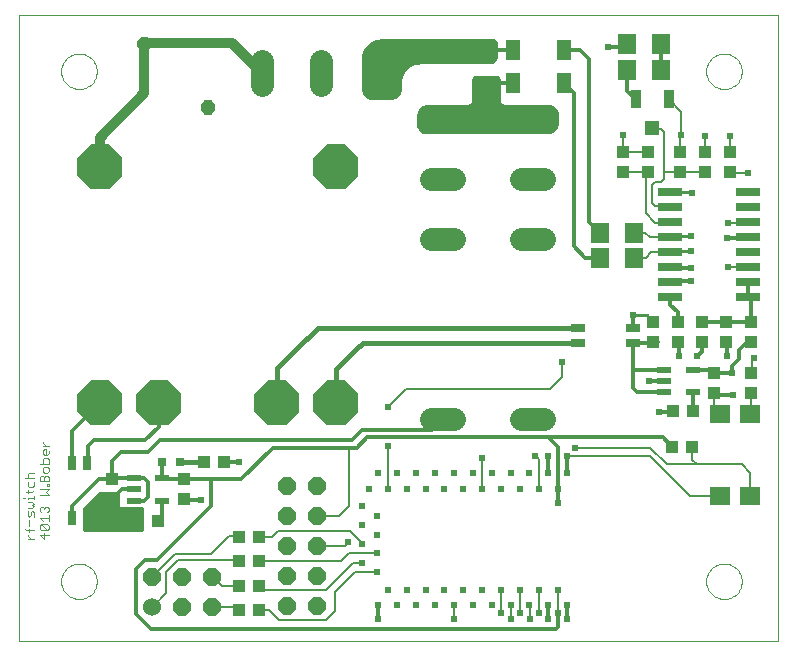
<source format=gtl>
G75*
G70*
%OFA0B0*%
%FSLAX24Y24*%
%IPPOS*%
%LPD*%
%AMOC8*
5,1,8,0,0,1.08239X$1,22.5*
%
%ADD10C,0.0000*%
%ADD11C,0.0030*%
%ADD12R,0.0236X0.0236*%
%ADD13C,0.0780*%
%ADD14OC8,0.1500*%
%ADD15R,0.0394X0.0433*%
%ADD16R,0.0433X0.0394*%
%ADD17R,0.0701X0.0610*%
%ADD18R,0.0800X0.0260*%
%ADD19R,0.0630X0.0710*%
%ADD20R,0.0500X0.0250*%
%ADD21R,0.0250X0.0500*%
%ADD22R,0.0315X0.0315*%
%ADD23R,0.0500X0.0220*%
%ADD24R,0.0710X0.0630*%
%ADD25R,0.0354X0.0630*%
%ADD26R,0.0512X0.0512*%
%ADD27C,0.0096*%
%ADD28OC8,0.0600*%
%ADD29R,0.0472X0.0709*%
%ADD30C,0.0600*%
%ADD31C,0.0120*%
%ADD32C,0.0238*%
%ADD33C,0.0080*%
%ADD34C,0.0100*%
%ADD35C,0.0160*%
%ADD36C,0.0320*%
D10*
X000140Y000290D02*
X000140Y021156D01*
X000140Y021165D02*
X025443Y021165D01*
X025443Y021156D02*
X025443Y000290D01*
X000140Y000290D01*
X001549Y002290D02*
X001551Y002338D01*
X001557Y002386D01*
X001567Y002433D01*
X001580Y002479D01*
X001598Y002524D01*
X001618Y002568D01*
X001643Y002610D01*
X001671Y002649D01*
X001701Y002686D01*
X001735Y002720D01*
X001772Y002752D01*
X001810Y002781D01*
X001851Y002806D01*
X001894Y002828D01*
X001939Y002846D01*
X001985Y002860D01*
X002032Y002871D01*
X002080Y002878D01*
X002128Y002881D01*
X002176Y002880D01*
X002224Y002875D01*
X002272Y002866D01*
X002318Y002854D01*
X002363Y002837D01*
X002407Y002817D01*
X002449Y002794D01*
X002489Y002767D01*
X002527Y002737D01*
X002562Y002704D01*
X002594Y002668D01*
X002624Y002630D01*
X002650Y002589D01*
X002672Y002546D01*
X002692Y002502D01*
X002707Y002457D01*
X002719Y002410D01*
X002727Y002362D01*
X002731Y002314D01*
X002731Y002266D01*
X002727Y002218D01*
X002719Y002170D01*
X002707Y002123D01*
X002692Y002078D01*
X002672Y002034D01*
X002650Y001991D01*
X002624Y001950D01*
X002594Y001912D01*
X002562Y001876D01*
X002527Y001843D01*
X002489Y001813D01*
X002449Y001786D01*
X002407Y001763D01*
X002363Y001743D01*
X002318Y001726D01*
X002272Y001714D01*
X002224Y001705D01*
X002176Y001700D01*
X002128Y001699D01*
X002080Y001702D01*
X002032Y001709D01*
X001985Y001720D01*
X001939Y001734D01*
X001894Y001752D01*
X001851Y001774D01*
X001810Y001799D01*
X001772Y001828D01*
X001735Y001860D01*
X001701Y001894D01*
X001671Y001931D01*
X001643Y001970D01*
X001618Y002012D01*
X001598Y002056D01*
X001580Y002101D01*
X001567Y002147D01*
X001557Y002194D01*
X001551Y002242D01*
X001549Y002290D01*
X001549Y019290D02*
X001551Y019338D01*
X001557Y019386D01*
X001567Y019433D01*
X001580Y019479D01*
X001598Y019524D01*
X001618Y019568D01*
X001643Y019610D01*
X001671Y019649D01*
X001701Y019686D01*
X001735Y019720D01*
X001772Y019752D01*
X001810Y019781D01*
X001851Y019806D01*
X001894Y019828D01*
X001939Y019846D01*
X001985Y019860D01*
X002032Y019871D01*
X002080Y019878D01*
X002128Y019881D01*
X002176Y019880D01*
X002224Y019875D01*
X002272Y019866D01*
X002318Y019854D01*
X002363Y019837D01*
X002407Y019817D01*
X002449Y019794D01*
X002489Y019767D01*
X002527Y019737D01*
X002562Y019704D01*
X002594Y019668D01*
X002624Y019630D01*
X002650Y019589D01*
X002672Y019546D01*
X002692Y019502D01*
X002707Y019457D01*
X002719Y019410D01*
X002727Y019362D01*
X002731Y019314D01*
X002731Y019266D01*
X002727Y019218D01*
X002719Y019170D01*
X002707Y019123D01*
X002692Y019078D01*
X002672Y019034D01*
X002650Y018991D01*
X002624Y018950D01*
X002594Y018912D01*
X002562Y018876D01*
X002527Y018843D01*
X002489Y018813D01*
X002449Y018786D01*
X002407Y018763D01*
X002363Y018743D01*
X002318Y018726D01*
X002272Y018714D01*
X002224Y018705D01*
X002176Y018700D01*
X002128Y018699D01*
X002080Y018702D01*
X002032Y018709D01*
X001985Y018720D01*
X001939Y018734D01*
X001894Y018752D01*
X001851Y018774D01*
X001810Y018799D01*
X001772Y018828D01*
X001735Y018860D01*
X001701Y018894D01*
X001671Y018931D01*
X001643Y018970D01*
X001618Y019012D01*
X001598Y019056D01*
X001580Y019101D01*
X001567Y019147D01*
X001557Y019194D01*
X001551Y019242D01*
X001549Y019290D01*
X023049Y019290D02*
X023051Y019338D01*
X023057Y019386D01*
X023067Y019433D01*
X023080Y019479D01*
X023098Y019524D01*
X023118Y019568D01*
X023143Y019610D01*
X023171Y019649D01*
X023201Y019686D01*
X023235Y019720D01*
X023272Y019752D01*
X023310Y019781D01*
X023351Y019806D01*
X023394Y019828D01*
X023439Y019846D01*
X023485Y019860D01*
X023532Y019871D01*
X023580Y019878D01*
X023628Y019881D01*
X023676Y019880D01*
X023724Y019875D01*
X023772Y019866D01*
X023818Y019854D01*
X023863Y019837D01*
X023907Y019817D01*
X023949Y019794D01*
X023989Y019767D01*
X024027Y019737D01*
X024062Y019704D01*
X024094Y019668D01*
X024124Y019630D01*
X024150Y019589D01*
X024172Y019546D01*
X024192Y019502D01*
X024207Y019457D01*
X024219Y019410D01*
X024227Y019362D01*
X024231Y019314D01*
X024231Y019266D01*
X024227Y019218D01*
X024219Y019170D01*
X024207Y019123D01*
X024192Y019078D01*
X024172Y019034D01*
X024150Y018991D01*
X024124Y018950D01*
X024094Y018912D01*
X024062Y018876D01*
X024027Y018843D01*
X023989Y018813D01*
X023949Y018786D01*
X023907Y018763D01*
X023863Y018743D01*
X023818Y018726D01*
X023772Y018714D01*
X023724Y018705D01*
X023676Y018700D01*
X023628Y018699D01*
X023580Y018702D01*
X023532Y018709D01*
X023485Y018720D01*
X023439Y018734D01*
X023394Y018752D01*
X023351Y018774D01*
X023310Y018799D01*
X023272Y018828D01*
X023235Y018860D01*
X023201Y018894D01*
X023171Y018931D01*
X023143Y018970D01*
X023118Y019012D01*
X023098Y019056D01*
X023080Y019101D01*
X023067Y019147D01*
X023057Y019194D01*
X023051Y019242D01*
X023049Y019290D01*
X023049Y002290D02*
X023051Y002338D01*
X023057Y002386D01*
X023067Y002433D01*
X023080Y002479D01*
X023098Y002524D01*
X023118Y002568D01*
X023143Y002610D01*
X023171Y002649D01*
X023201Y002686D01*
X023235Y002720D01*
X023272Y002752D01*
X023310Y002781D01*
X023351Y002806D01*
X023394Y002828D01*
X023439Y002846D01*
X023485Y002860D01*
X023532Y002871D01*
X023580Y002878D01*
X023628Y002881D01*
X023676Y002880D01*
X023724Y002875D01*
X023772Y002866D01*
X023818Y002854D01*
X023863Y002837D01*
X023907Y002817D01*
X023949Y002794D01*
X023989Y002767D01*
X024027Y002737D01*
X024062Y002704D01*
X024094Y002668D01*
X024124Y002630D01*
X024150Y002589D01*
X024172Y002546D01*
X024192Y002502D01*
X024207Y002457D01*
X024219Y002410D01*
X024227Y002362D01*
X024231Y002314D01*
X024231Y002266D01*
X024227Y002218D01*
X024219Y002170D01*
X024207Y002123D01*
X024192Y002078D01*
X024172Y002034D01*
X024150Y001991D01*
X024124Y001950D01*
X024094Y001912D01*
X024062Y001876D01*
X024027Y001843D01*
X023989Y001813D01*
X023949Y001786D01*
X023907Y001763D01*
X023863Y001743D01*
X023818Y001726D01*
X023772Y001714D01*
X023724Y001705D01*
X023676Y001700D01*
X023628Y001699D01*
X023580Y001702D01*
X023532Y001709D01*
X023485Y001720D01*
X023439Y001734D01*
X023394Y001752D01*
X023351Y001774D01*
X023310Y001799D01*
X023272Y001828D01*
X023235Y001860D01*
X023201Y001894D01*
X023171Y001931D01*
X023143Y001970D01*
X023118Y002012D01*
X023098Y002056D01*
X023080Y002101D01*
X023067Y002147D01*
X023057Y002194D01*
X023051Y002242D01*
X023049Y002290D01*
D11*
X001125Y003850D02*
X000835Y003850D01*
X000980Y003705D01*
X000980Y003898D01*
X001077Y004000D02*
X000883Y004000D01*
X000835Y004048D01*
X000835Y004145D01*
X000883Y004193D01*
X001077Y004000D01*
X001125Y004048D01*
X001125Y004145D01*
X001077Y004193D01*
X000883Y004193D01*
X000932Y004294D02*
X000835Y004391D01*
X001125Y004391D01*
X001125Y004294D02*
X001125Y004488D01*
X001077Y004589D02*
X001125Y004637D01*
X001125Y004734D01*
X001077Y004782D01*
X001028Y004782D01*
X000980Y004734D01*
X000980Y004686D01*
X000980Y004734D02*
X000932Y004782D01*
X000883Y004782D01*
X000835Y004734D01*
X000835Y004637D01*
X000883Y004589D01*
X000625Y004587D02*
X000625Y004442D01*
X000528Y004490D02*
X000480Y004442D01*
X000432Y004490D01*
X000432Y004635D01*
X000432Y004736D02*
X000577Y004736D01*
X000625Y004785D01*
X000577Y004833D01*
X000625Y004881D01*
X000577Y004930D01*
X000432Y004930D01*
X000432Y005031D02*
X000432Y005079D01*
X000625Y005079D01*
X000625Y005031D02*
X000625Y005128D01*
X000577Y005276D02*
X000625Y005324D01*
X000577Y005276D02*
X000383Y005276D01*
X000432Y005324D02*
X000432Y005227D01*
X000335Y005079D02*
X000286Y005079D01*
X000480Y005424D02*
X000577Y005424D01*
X000625Y005472D01*
X000625Y005617D01*
X000625Y005718D02*
X000335Y005718D01*
X000432Y005767D02*
X000480Y005718D01*
X000432Y005767D02*
X000432Y005864D01*
X000480Y005912D01*
X000625Y005912D01*
X000835Y005765D02*
X000835Y005620D01*
X001125Y005620D01*
X001125Y005765D01*
X001077Y005814D01*
X001028Y005814D01*
X000980Y005765D01*
X000980Y005620D01*
X001077Y005521D02*
X001125Y005521D01*
X001125Y005473D01*
X001077Y005473D01*
X001077Y005521D01*
X001125Y005372D02*
X000835Y005372D01*
X000835Y005178D02*
X001125Y005178D01*
X001028Y005275D01*
X001125Y005372D01*
X000980Y005765D02*
X000932Y005814D01*
X000883Y005814D01*
X000835Y005765D01*
X000980Y005915D02*
X001077Y005915D01*
X001125Y005963D01*
X001125Y006060D01*
X001077Y006108D01*
X000980Y006108D01*
X000932Y006060D01*
X000932Y005963D01*
X000980Y005915D01*
X000932Y006210D02*
X000932Y006355D01*
X000980Y006403D01*
X001077Y006403D01*
X001125Y006355D01*
X001125Y006210D01*
X000835Y006210D01*
X000980Y006504D02*
X000932Y006553D01*
X000932Y006649D01*
X000980Y006698D01*
X001028Y006698D01*
X001028Y006504D01*
X000980Y006504D02*
X001077Y006504D01*
X001125Y006553D01*
X001125Y006649D01*
X001125Y006799D02*
X000932Y006799D01*
X001028Y006799D02*
X000932Y006896D01*
X000932Y006944D01*
X000432Y005617D02*
X000432Y005472D01*
X000480Y005424D01*
X000577Y004635D02*
X000528Y004587D01*
X000528Y004490D01*
X000625Y004587D02*
X000577Y004635D01*
X000480Y004340D02*
X000480Y004147D01*
X000480Y004047D02*
X000480Y003951D01*
X000383Y003999D02*
X000335Y004047D01*
X000383Y003999D02*
X000625Y003999D01*
X000432Y003850D02*
X000432Y003802D01*
X000528Y003705D01*
X000432Y003705D02*
X000625Y003705D01*
D12*
X011566Y003533D03*
X012078Y003847D03*
X011566Y004162D03*
X012078Y004477D03*
X011566Y004792D03*
X011802Y005383D03*
X012117Y005895D03*
X012432Y005383D03*
X012747Y005895D03*
X013062Y005383D03*
X013377Y005895D03*
X013692Y005383D03*
X014007Y005895D03*
X014322Y005383D03*
X014637Y005895D03*
X014952Y005383D03*
X015267Y005895D03*
X015582Y005383D03*
X015897Y005895D03*
X016212Y005383D03*
X016527Y005895D03*
X016842Y005383D03*
X017157Y005895D03*
X017472Y005383D03*
X017787Y005895D03*
X018102Y005383D03*
X018417Y005895D03*
X018102Y001997D03*
X017472Y001997D03*
X017787Y001485D03*
X017157Y001485D03*
X016842Y001997D03*
X016212Y001997D03*
X015582Y001997D03*
X015897Y001485D03*
X016527Y001485D03*
X015267Y001485D03*
X014637Y001485D03*
X014322Y001997D03*
X014952Y001997D03*
X014007Y001485D03*
X013377Y001485D03*
X013062Y001997D03*
X013692Y001997D03*
X012747Y001485D03*
X012117Y001485D03*
X012432Y001997D03*
X012078Y002588D03*
X011566Y002903D03*
X012078Y003218D03*
X018417Y001485D03*
D13*
X017655Y007700D02*
X016875Y007700D01*
X014655Y007700D02*
X013875Y007700D01*
X013875Y013700D02*
X014655Y013700D01*
X014655Y015700D02*
X013875Y015700D01*
X013875Y017700D02*
X014655Y017700D01*
X016875Y017700D02*
X017655Y017700D01*
X017655Y015700D02*
X016875Y015700D01*
X016875Y013700D02*
X017655Y013700D01*
X012173Y018838D02*
X012173Y019618D01*
X010203Y019618D02*
X010203Y018838D01*
X008233Y018838D02*
X008233Y019618D01*
D14*
X010705Y016105D03*
X002825Y016105D03*
X002825Y008225D03*
X004795Y008225D03*
X008735Y008225D03*
X010705Y008225D03*
D15*
X006975Y006253D03*
X006305Y006253D03*
X005628Y005687D03*
X005628Y005018D03*
X007485Y003780D03*
X008155Y003780D03*
X008155Y002958D03*
X007485Y002958D03*
X007485Y002140D03*
X008155Y002140D03*
X008155Y001323D03*
X007485Y001323D03*
X003253Y005018D03*
X003253Y005687D03*
X020285Y015945D03*
X020285Y016615D03*
X022190Y016612D03*
X022190Y015943D03*
X022095Y010937D03*
X022095Y010268D03*
X021290Y010268D03*
X021290Y010937D03*
X022900Y010937D03*
X022900Y010268D03*
X023715Y010268D03*
X023715Y010937D03*
X023310Y009247D03*
X023310Y008578D03*
X022585Y006775D03*
X021915Y006775D03*
D16*
X021938Y007970D03*
X022607Y007970D03*
X024555Y008573D03*
X024555Y009242D03*
X024540Y010268D03*
X024540Y010937D03*
X023833Y015943D03*
X023015Y015943D03*
X023015Y016612D03*
X023833Y016612D03*
X021110Y016615D03*
X021110Y015945D03*
X004775Y004290D03*
X004105Y004290D03*
D17*
X023523Y005120D03*
X024523Y005120D03*
X024523Y007875D03*
X023523Y007875D03*
D18*
X024457Y011753D03*
X024457Y012253D03*
X024457Y012753D03*
X024457Y013253D03*
X024457Y013753D03*
X024457Y014253D03*
X024457Y014753D03*
X024457Y015253D03*
X021847Y015253D03*
X021847Y014753D03*
X021847Y014253D03*
X021847Y013753D03*
X021847Y013253D03*
X021847Y012753D03*
X021847Y012253D03*
X021847Y011753D03*
D19*
X020625Y013078D03*
X020625Y013915D03*
X019505Y013915D03*
X019505Y013078D03*
X020405Y019320D03*
X020405Y020195D03*
X021525Y020195D03*
X021525Y019320D03*
D20*
X020592Y010750D03*
X020592Y010250D03*
X018769Y010250D03*
X018769Y010750D03*
D21*
X002400Y006224D03*
X001900Y006224D03*
X001900Y004401D03*
X002400Y004401D03*
D22*
X004920Y006253D03*
X005510Y006253D03*
D23*
X004920Y005733D03*
X004920Y004973D03*
X003960Y004973D03*
X003960Y005353D03*
X003960Y005733D03*
X021648Y008585D03*
X021648Y008965D03*
X021648Y009345D03*
X022608Y009345D03*
X022608Y008585D03*
D24*
X015703Y018803D03*
X015703Y019922D03*
D25*
X020701Y018353D03*
X021804Y018353D03*
D26*
X021253Y017397D03*
D27*
X006463Y017960D02*
X006511Y017912D01*
X006353Y017912D01*
X006241Y018024D01*
X006241Y018182D01*
X006353Y018294D01*
X006511Y018294D01*
X006623Y018182D01*
X006623Y018024D01*
X006511Y017912D01*
X006482Y017984D01*
X006382Y017984D01*
X006313Y018053D01*
X006313Y018153D01*
X006382Y018222D01*
X006482Y018222D01*
X006551Y018153D01*
X006551Y018053D01*
X006482Y017984D01*
X006452Y018056D01*
X006412Y018056D01*
X006385Y018083D01*
X006385Y018123D01*
X006412Y018150D01*
X006452Y018150D01*
X006479Y018123D01*
X006479Y018083D01*
X006452Y018056D01*
X004342Y020082D02*
X004390Y020034D01*
X004232Y020034D01*
X004120Y020146D01*
X004120Y020304D01*
X004232Y020416D01*
X004390Y020416D01*
X004502Y020304D01*
X004502Y020146D01*
X004390Y020034D01*
X004361Y020106D01*
X004261Y020106D01*
X004192Y020175D01*
X004192Y020275D01*
X004261Y020344D01*
X004361Y020344D01*
X004430Y020275D01*
X004430Y020175D01*
X004361Y020106D01*
X004331Y020178D01*
X004291Y020178D01*
X004264Y020205D01*
X004264Y020245D01*
X004291Y020272D01*
X004331Y020272D01*
X004358Y020245D01*
X004358Y020205D01*
X004331Y020178D01*
D28*
X009078Y005465D03*
X010078Y005465D03*
X010078Y004465D03*
X010078Y003465D03*
X009078Y003465D03*
X009078Y004465D03*
X009078Y002465D03*
X010078Y002465D03*
X010078Y001465D03*
X009078Y001465D03*
X006590Y001450D03*
X005590Y001450D03*
X005590Y002450D03*
X004590Y002450D03*
X006590Y002450D03*
D29*
X016613Y018890D03*
X016613Y019990D03*
X018306Y019990D03*
X018306Y018890D03*
D30*
X004590Y001450D03*
D31*
X004040Y001190D02*
X004040Y002690D01*
X004340Y002990D01*
X004740Y002990D01*
X006540Y004790D01*
X006540Y005687D01*
X005628Y005687D01*
X004920Y005687D01*
X004920Y005733D01*
X004920Y006252D01*
X004920Y006253D01*
X004440Y006590D02*
X003540Y006590D01*
X003240Y006290D01*
X003240Y005700D01*
X003253Y005687D02*
X003253Y005733D01*
X003960Y005733D01*
X004298Y005733D01*
X004440Y005590D01*
X004440Y005090D01*
X004323Y004973D01*
X003960Y004973D01*
X004240Y004690D02*
X004240Y003990D01*
X002340Y003990D01*
X002340Y004690D01*
X002840Y005190D01*
X003440Y005190D01*
X003440Y004690D01*
X004240Y004690D01*
X004240Y004675D02*
X002340Y004675D01*
X002340Y004556D02*
X004240Y004556D01*
X004240Y004438D02*
X002340Y004438D01*
X002340Y004319D02*
X004240Y004319D01*
X004240Y004201D02*
X002340Y004201D01*
X002340Y004082D02*
X004240Y004082D01*
X004775Y004290D02*
X004918Y004290D01*
X004918Y004973D01*
X004920Y004973D01*
X005628Y005018D02*
X005633Y005013D01*
X006223Y005013D01*
X006540Y005687D02*
X007537Y005687D01*
X008600Y006750D01*
X011140Y006750D01*
X011400Y006750D01*
X011740Y007090D01*
X017840Y007090D01*
X021600Y007090D01*
X021915Y006775D01*
X021918Y007950D02*
X021460Y007950D01*
X021918Y007950D02*
X021938Y007970D01*
X022607Y007970D02*
X022608Y007970D01*
X022608Y008585D01*
X023310Y008578D02*
X023398Y008490D01*
X023940Y008490D01*
X023340Y008548D02*
X023310Y008578D01*
X023310Y009247D02*
X023212Y009345D01*
X022608Y009345D01*
X022740Y009790D02*
X022900Y009950D01*
X022900Y010268D01*
X022900Y010937D02*
X023715Y010937D01*
X024540Y010937D01*
X024540Y011670D01*
X024457Y011753D01*
X024457Y012253D01*
X024457Y011753D02*
X024490Y011720D01*
X024540Y010268D02*
X024418Y010268D01*
X024140Y009990D01*
X024140Y009690D01*
X023920Y009470D01*
X023920Y009250D01*
X023917Y009247D01*
X023310Y009247D01*
X023740Y009790D02*
X023740Y010243D01*
X023715Y010268D01*
X022140Y010243D02*
X022140Y009790D01*
X022140Y010243D02*
X022095Y010268D01*
X021450Y010268D02*
X021290Y010268D01*
X021372Y010250D01*
X020592Y010250D01*
X020592Y009390D01*
X020637Y009345D01*
X021648Y009345D01*
X021648Y008965D02*
X021135Y008965D01*
X021130Y008960D01*
X020740Y008590D02*
X021643Y008590D01*
X021648Y008585D01*
X020740Y008590D02*
X020592Y008738D01*
X020592Y009390D01*
X020592Y010750D02*
X020592Y011152D01*
X020600Y011160D01*
X021847Y011513D02*
X022095Y011265D01*
X022095Y010937D01*
X021847Y011513D02*
X021847Y011753D01*
X021847Y012253D02*
X021884Y012290D01*
X022540Y012290D01*
X022540Y012750D02*
X021850Y012750D01*
X021847Y012753D01*
X023750Y013750D02*
X024454Y013750D01*
X024457Y013753D01*
X024460Y014250D02*
X024457Y014253D01*
X024787Y014253D01*
X020701Y018353D02*
X020405Y018620D01*
X020405Y019320D01*
X020405Y020095D02*
X019760Y020090D01*
X020405Y020095D02*
X020405Y020195D01*
X021525Y020195D02*
X021525Y019320D01*
X019140Y019690D02*
X018840Y019990D01*
X018306Y019990D01*
X019140Y019690D02*
X019140Y014280D01*
X019505Y013915D01*
X019505Y013078D02*
X019015Y013078D01*
X018640Y013453D01*
X018640Y018556D01*
X018306Y018890D01*
X016613Y018890D02*
X015790Y018890D01*
X015703Y018803D01*
X015840Y019590D02*
X013540Y019590D01*
X013430Y019581D01*
X013324Y019556D01*
X013222Y019514D01*
X013129Y019456D01*
X013045Y019385D01*
X012974Y019301D01*
X012916Y019208D01*
X012874Y019106D01*
X012849Y019000D01*
X012840Y018890D01*
X012840Y018690D01*
X012834Y018633D01*
X012818Y018578D01*
X012791Y018527D01*
X012754Y018483D01*
X012710Y018446D01*
X012659Y018419D01*
X012604Y018402D01*
X012547Y018397D01*
X012537Y018397D01*
X011968Y018386D01*
X011905Y018392D01*
X011843Y018410D01*
X011786Y018439D01*
X011736Y018480D01*
X011696Y018529D01*
X011665Y018585D01*
X011646Y018647D01*
X011640Y018710D01*
X011640Y019690D01*
X011649Y019794D01*
X011676Y019895D01*
X011720Y019990D01*
X011780Y020076D01*
X011854Y020150D01*
X011940Y020210D01*
X012035Y020254D01*
X012136Y020281D01*
X012240Y020290D01*
X015940Y020290D01*
X015966Y020287D01*
X015990Y020277D01*
X016011Y020261D01*
X016027Y020240D01*
X016037Y020216D01*
X016040Y020190D01*
X016040Y019790D01*
X016035Y019745D01*
X016020Y019703D01*
X015996Y019665D01*
X015965Y019634D01*
X015927Y019610D01*
X015885Y019595D01*
X015840Y019590D01*
X015915Y019606D02*
X011640Y019606D01*
X011643Y019724D02*
X016027Y019724D01*
X016040Y019843D02*
X011662Y019843D01*
X011707Y019961D02*
X016040Y019961D01*
X016040Y020080D02*
X011784Y020080D01*
X011923Y020198D02*
X016039Y020198D01*
X015770Y019990D02*
X015703Y019922D01*
X015770Y019990D02*
X016613Y019990D01*
X013179Y019487D02*
X011640Y019487D01*
X011640Y019369D02*
X013031Y019369D01*
X012942Y019250D02*
X011640Y019250D01*
X011640Y019132D02*
X012885Y019132D01*
X012852Y019013D02*
X011640Y019013D01*
X011640Y018895D02*
X012840Y018895D01*
X012840Y018776D02*
X011640Y018776D01*
X011645Y018658D02*
X012837Y018658D01*
X012797Y018539D02*
X011690Y018539D01*
X011822Y018421D02*
X012662Y018421D01*
X004795Y008225D02*
X004795Y007445D01*
X004340Y006990D01*
X002640Y006990D01*
X002440Y006790D01*
X002440Y006264D01*
X002400Y006224D01*
X001900Y006224D02*
X001900Y007300D01*
X002825Y008225D01*
X004440Y006590D02*
X004840Y006990D01*
X011240Y006990D01*
X011590Y007350D01*
X013915Y007350D01*
X014265Y007700D01*
X017840Y007090D02*
X017840Y007030D01*
X018110Y006760D01*
X018110Y004900D01*
X018102Y004908D01*
X018102Y005383D01*
X018417Y005895D02*
X018417Y006418D01*
X018413Y006473D01*
X017787Y006408D02*
X017787Y005895D01*
X017787Y006408D02*
X017783Y006473D01*
X018102Y001997D02*
X018110Y001989D01*
X018417Y001485D02*
X018417Y001018D01*
X018418Y001018D01*
X018110Y001230D02*
X018110Y000760D01*
X018040Y000690D01*
X004540Y000690D01*
X004040Y001190D01*
X001900Y004401D02*
X001900Y004790D01*
X002797Y005687D01*
X003253Y005687D01*
X003587Y005353D02*
X003253Y005018D01*
X003440Y005030D02*
X002680Y005030D01*
X002562Y004912D02*
X003440Y004912D01*
X003440Y004793D02*
X002443Y004793D01*
X002799Y005149D02*
X003440Y005149D01*
X003587Y005353D02*
X003960Y005353D01*
X006975Y006253D02*
X007443Y006253D01*
X007463Y006273D01*
X012117Y001485D02*
X012117Y001028D01*
X012118Y001028D01*
X017787Y001018D02*
X017788Y001018D01*
X017787Y001018D02*
X017787Y001485D01*
D32*
X017470Y001240D03*
X017160Y001030D03*
X016840Y001240D03*
X016530Y001031D03*
X016212Y001235D03*
X014640Y001030D03*
X012118Y001028D03*
X011120Y003590D03*
X007463Y006273D03*
X006223Y005013D03*
X003613Y004523D03*
X003623Y004163D03*
X003203Y004163D03*
X003203Y004523D03*
X002793Y004523D03*
X002793Y004173D03*
X012440Y006790D03*
X012440Y008090D03*
X015580Y006410D03*
X017350Y006470D03*
X017783Y006473D03*
X018413Y006473D03*
X018680Y006740D03*
X018110Y004900D03*
X021460Y007950D03*
X021130Y008960D03*
X022140Y009790D03*
X022740Y009790D03*
X023740Y009790D03*
X023920Y009250D03*
X024640Y009720D03*
X023940Y008490D03*
X020600Y011160D03*
X022540Y012290D03*
X022540Y012750D03*
X022540Y013290D03*
X022540Y013790D03*
X023750Y013750D03*
X023760Y014250D03*
X022570Y015250D03*
X024440Y015890D03*
X023840Y017150D03*
X023010Y017150D03*
X022210Y017160D03*
X020270Y017170D03*
X019760Y020090D03*
X023780Y012770D03*
X018240Y009590D03*
X018110Y001230D03*
X017788Y001018D03*
X018418Y001018D03*
D33*
X018110Y001230D02*
X018110Y001989D01*
X017472Y001997D02*
X017472Y001242D01*
X017470Y001240D01*
X017160Y001030D02*
X017160Y001482D01*
X017157Y001485D01*
X016842Y001242D02*
X016840Y001240D01*
X016842Y001242D02*
X016842Y001997D01*
X016840Y001997D01*
X016212Y001997D02*
X016212Y001997D01*
X016212Y001235D01*
X016530Y001031D02*
X016530Y001488D01*
X016527Y001485D01*
X016540Y001485D01*
X017460Y001997D02*
X017472Y001997D01*
X014637Y001485D02*
X014637Y001193D01*
X014640Y001030D01*
X012078Y002588D02*
X012076Y002590D01*
X011340Y002590D01*
X010690Y001940D01*
X010690Y001310D01*
X010370Y000990D01*
X008800Y000990D01*
X008468Y001323D01*
X008155Y001323D01*
X007485Y001323D02*
X007358Y001450D01*
X006590Y001450D01*
X006900Y002140D02*
X006590Y002450D01*
X006900Y002140D02*
X007485Y002140D01*
X008155Y002140D02*
X008295Y002000D01*
X010370Y002000D01*
X011273Y002903D01*
X011566Y002903D01*
X011150Y003220D02*
X012076Y003220D01*
X012078Y003218D01*
X011566Y003533D02*
X011566Y003564D01*
X011160Y003970D01*
X008770Y003970D01*
X008580Y003780D01*
X008155Y003780D01*
X007485Y003780D02*
X007475Y003790D01*
X007140Y003790D01*
X006540Y003190D01*
X005330Y003190D01*
X004590Y002450D01*
X005040Y002590D02*
X005440Y002990D01*
X007453Y002990D01*
X007485Y002958D01*
X008155Y002958D02*
X010888Y002958D01*
X011150Y003220D01*
X010995Y003465D02*
X010078Y003465D01*
X010995Y003465D02*
X011120Y003590D01*
X010815Y004465D02*
X010078Y004465D01*
X010815Y004465D02*
X011140Y004790D01*
X011140Y006750D01*
X012440Y006790D02*
X012440Y005391D01*
X012432Y005383D01*
X015580Y005385D02*
X015582Y005383D01*
X015582Y006408D01*
X015580Y006410D01*
X017350Y006470D02*
X017472Y006358D01*
X017472Y005383D01*
X018413Y006473D02*
X021158Y006473D01*
X022510Y005120D01*
X023523Y005120D01*
X024523Y005120D02*
X024523Y005908D01*
X024240Y006190D01*
X022740Y006190D01*
X022585Y006345D01*
X022585Y006775D01*
X022740Y006190D02*
X021740Y006190D01*
X021190Y006740D01*
X018680Y006740D01*
X017840Y008690D02*
X013040Y008690D01*
X012440Y008090D01*
X017840Y008690D02*
X018240Y009090D01*
X018240Y009590D01*
X020625Y013078D02*
X021028Y013078D01*
X021203Y013253D01*
X021847Y013253D01*
X021847Y013753D02*
X021177Y013753D01*
X021015Y013915D01*
X020625Y013915D01*
X021040Y014560D02*
X021040Y015875D01*
X021110Y015945D01*
X020285Y015945D01*
X020285Y016615D02*
X020285Y017050D01*
X020270Y017170D01*
X020285Y016615D02*
X021110Y016615D01*
X021259Y017360D02*
X021253Y017397D01*
X021259Y017360D02*
X021550Y017360D01*
X021650Y017260D01*
X021650Y015943D01*
X022190Y015943D01*
X023015Y015943D01*
X023833Y015943D02*
X023885Y015890D01*
X024440Y015890D01*
X023833Y016612D02*
X023833Y017043D01*
X023840Y017150D01*
X023010Y017150D02*
X023015Y017045D01*
X023015Y016612D01*
X022190Y016612D02*
X022190Y017030D01*
X022210Y017160D01*
X022210Y017937D01*
X021804Y018353D01*
X021650Y015943D02*
X021650Y015700D01*
X021540Y015590D01*
X021340Y015590D01*
X021240Y015490D01*
X021240Y014890D01*
X021340Y014790D01*
X021810Y014790D01*
X021847Y014753D01*
X021847Y014253D02*
X021844Y014250D01*
X021350Y014250D01*
X021040Y014560D01*
X023760Y014250D02*
X024460Y014250D01*
X024440Y012770D02*
X023780Y012770D01*
X024440Y012770D02*
X024457Y012753D01*
X024640Y009720D02*
X024560Y009640D01*
X024560Y009247D01*
X024555Y009242D01*
X024555Y008573D02*
X024555Y007908D01*
X024523Y007875D01*
X023523Y007875D02*
X023310Y008088D01*
X023310Y008578D01*
X005040Y002590D02*
X005040Y001890D01*
X004600Y001450D01*
X004590Y001450D01*
D34*
X020600Y011160D02*
X021067Y011160D01*
X021290Y010937D01*
X020840Y012990D02*
X020837Y012990D01*
X020625Y013078D01*
X021847Y013253D02*
X021884Y013290D01*
X022540Y013290D01*
X022540Y013790D02*
X021884Y013790D01*
X021847Y013753D01*
X021847Y015253D02*
X022567Y015253D01*
X022570Y015250D01*
X018054Y017455D02*
X018025Y017401D01*
X017986Y017354D01*
X017939Y017315D01*
X017885Y017286D01*
X017826Y017269D01*
X017765Y017263D01*
X013703Y017263D01*
X013654Y017267D01*
X013607Y017282D01*
X013564Y017305D01*
X013526Y017336D01*
X013495Y017374D01*
X013472Y017417D01*
X013457Y017464D01*
X013453Y017513D01*
X013453Y017825D01*
X013459Y017886D01*
X013476Y017945D01*
X013505Y017999D01*
X013544Y018046D01*
X013591Y018085D01*
X013645Y018114D01*
X013704Y018131D01*
X013765Y018138D01*
X015078Y018138D01*
X015119Y018142D01*
X015159Y018156D01*
X015194Y018178D01*
X015224Y018208D01*
X015246Y018244D01*
X015260Y018283D01*
X015265Y018325D01*
X015265Y018988D01*
X015268Y019015D01*
X015277Y019042D01*
X015292Y019065D01*
X015312Y019085D01*
X015336Y019100D01*
X015362Y019109D01*
X015390Y019113D01*
X016015Y019113D01*
X016043Y019109D01*
X016069Y019100D01*
X016093Y019085D01*
X016113Y019065D01*
X016128Y019042D01*
X016137Y019015D01*
X016140Y018988D01*
X016140Y018325D01*
X016145Y018283D01*
X016159Y018244D01*
X016181Y018208D01*
X016211Y018178D01*
X016246Y018156D01*
X016286Y018142D01*
X016328Y018138D01*
X017765Y018138D01*
X017826Y018131D01*
X017885Y018114D01*
X017939Y018085D01*
X017986Y018046D01*
X018025Y017999D01*
X018054Y017945D01*
X018071Y017886D01*
X018078Y017825D01*
X018078Y017575D01*
X018071Y017514D01*
X018054Y017455D01*
X018040Y017429D02*
X013468Y017429D01*
X013453Y017528D02*
X018073Y017528D01*
X018078Y017626D02*
X013453Y017626D01*
X013453Y017725D02*
X018078Y017725D01*
X018078Y017823D02*
X013453Y017823D01*
X013469Y017922D02*
X018061Y017922D01*
X018007Y018020D02*
X013523Y018020D01*
X013661Y018119D02*
X017869Y018119D01*
X017957Y017331D02*
X013532Y017331D01*
X015230Y018217D02*
X016175Y018217D01*
X016141Y018316D02*
X015264Y018316D01*
X015265Y018414D02*
X016140Y018414D01*
X016140Y018513D02*
X015265Y018513D01*
X015265Y018611D02*
X016140Y018611D01*
X016140Y018710D02*
X015265Y018710D01*
X015265Y018808D02*
X016140Y018808D01*
X016140Y018907D02*
X015265Y018907D01*
X015267Y019005D02*
X016138Y019005D01*
X016059Y019104D02*
X015346Y019104D01*
D35*
X018769Y010750D02*
X010100Y010750D01*
X009390Y010040D01*
X009140Y009790D01*
X008735Y009385D01*
X008735Y008225D01*
X010705Y008225D02*
X010705Y009355D01*
X011140Y009790D01*
X011390Y010040D01*
X011600Y010250D01*
X018769Y010250D01*
X006305Y006253D02*
X005510Y006253D01*
X003253Y005687D02*
X003240Y005700D01*
D36*
X002825Y016105D02*
X002825Y017075D01*
X004311Y018561D01*
X004311Y020225D01*
X007235Y020225D01*
X008233Y019228D01*
M02*

</source>
